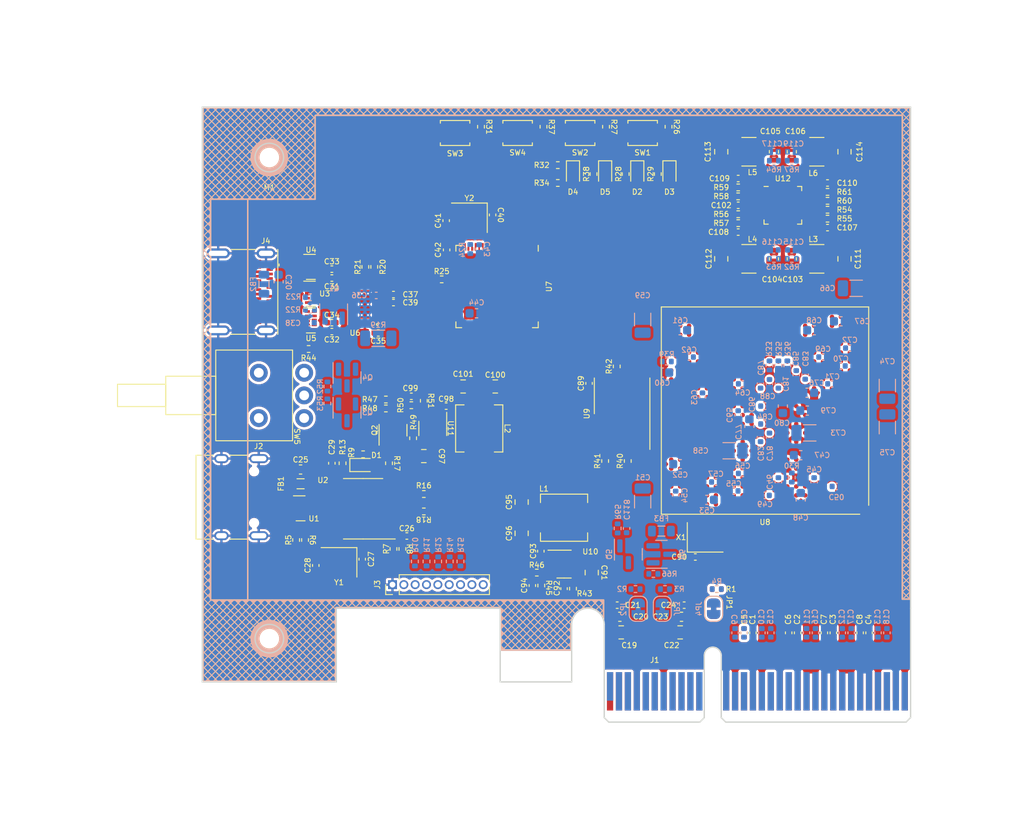
<source format=kicad_pcb>
(kicad_pcb (version 20221018) (generator pcbnew)
  (title_block (title "PCIeDMA") (date "2023-02-14") (rev "1"))
  (layers (0 "F.Cu" signal) (1 "In1.Cu" power "In1.GND.Cu") (2 "In2.Cu" power) (3 "In3.Cu" power "In3.GND.Cu") (4 "In4.Cu" power "In4.GND.Cu") (5 "In5.Cu" power) (6 "In6.Cu" power "In6.GND.Cu") (31 "B.Cu" signal) (34 "B.Paste" user) (35 "F.Paste" user) (36 "B.SilkS" user "B.Silkscreen") (37 "F.SilkS" user "F.Silkscreen") (38 "B.Mask" user) (39 "F.Mask" user) (44 "Edge.Cuts" user))
  (net 0 "")
  (net 1 "/FPGA/RX0_N")
  (net 2 "/PCIe 4x/PER0_N")
  (net 3 "/FPGA/RX1_N")
  (net 4 "/PCIe 4x/PER1_N")
  (net 5 "/FPGA/RX2_N")
  (net 6 "/PCIe 4x/PER2_N")
  (net 7 "/FPGA/RX3_N")
  (net 8 "/PCIe 4x/PER3_N")
  (net 9 "/FPGA/RX0_P")
  (net 10 "/PCIe 4x/PER0_P")
  (net 11 "/FPGA/RX1_P")
  (net 12 "/PCIe 4x/PER1_P")
  (net 13 "/FPGA/RX2_P")
  (net 14 "/PCIe 4x/PER2_P")
  (net 15 "/FPGA/RX3_P")
  (net 16 "/PCIe 4x/PER3_P")
  (net 17 "/PCIe 4x/REFCLK+")
  (net 18 "/FPGA/CLK_P")
  (net 19 "/FPGA/TX0_P")
  (net 20 "/FPGA/TX1_P")
  (net 21 "/FPGA/TX2_P")
  (net 22 "/FPGA/TX3_P")
  (net 23 "/PCIe 4x/REFCLK-")
  (net 24 "/FPGA/CLK_N")
  (net 25 "/FPGA/TX0_N")
  (net 26 "/FPGA/TX1_N")
  (net 27 "/FPGA/TX2_N")
  (net 28 "/FPGA/TX3_N")
  (net 29 "+12V")
  (net 30 "GND")
  (net 31 "+3.3V")
  (net 32 "+5V_JTAG")
  (net 33 "/USB JTAG/RST")
  (net 34 "+5V_DATA")
  (net 35 "/USB Data/Type C Mux/TX1p")
  (net 36 "/USB Data/Type C Mux/TX1_C_p")
  (net 37 "/USB Data/Type C Mux/TX2p")
  (net 38 "/USB Data/Type C Mux/TX2_C_p")
  (net 39 "/USB Data/Type C Mux/TX1n")
  (net 40 "/USB Data/Type C Mux/TX1_C_n")
  (net 41 "/USB Data/Type C Mux/TX2n")
  (net 42 "/USB Data/Type C Mux/TX2_C_n")
  (net 43 "/USB Data/Type C Mux/TOD_C_n")
  (net 44 "/USB Data/FT601/TODN")
  (net 45 "/USB Data/Type C Mux/ENn_G")
  (net 46 "/USB Data/Type C Mux/TOD_C_p")
  (net 47 "/USB Data/FT601/TODP")
  (net 48 "/FPGA/RST")
  (net 49 "+MGTAVCC")
  (net 50 "+MGTAVTT")
  (net 51 "+VCCO")
  (net 52 "+VCCINT")
  (net 53 "+VCCAUX")
  (net 54 "+5V")
  (net 55 "/FPGA Power/FB1")
  (net 56 "/FPGA Power/FB2")
  (net 57 "/FPGA Power/FB3")
  (net 58 "/FPGA Power/FB4")
  (net 59 "/FPGA Power/EN1")
  (net 60 "/FPGA Power/EN2")
  (net 61 "/FPGA Power/EN3")
  (net 62 "/FPGA Power/EN4")
  (net 63 "/USB JTAG/ACT")
  (net 64 "/Board Power/5V_SW_EN")
  (net 65 "Net-(D1-A)")
  (net 66 "Net-(D2-A)")
  (net 67 "Net-(D3-A)")
  (net 68 "Net-(D4-A)")
  (net 69 "/Board Power/5V_SW_OUT")
  (net 70 "/PCIe 4x/PRSNT")
  (net 71 "Net-(D5-A)")
  (net 75 "/PCIe 4x/PERST_R")
  (net 78 "+3.3VA")
  (net 80 "/PCIe 4x/WAKE_R")
  (net 84 "/USB JTAG/CC1_R")
  (net 85 "/USB JTAG/D+")
  (net 86 "/USB JTAG/D-")
  (net 88 "/USB JTAG/CC2_R")
  (net 90 "/USB Data/Type C Mux/CC1")
  (net 91 "/USB Data/FT601/DP")
  (net 92 "/USB Data/FT601/DM")
  (net 94 "/USB Data/Type C Mux/RX2n")
  (net 95 "/USB Data/Type C Mux/RX2p")
  (net 96 "/USB Data/Type C Mux/CC2")
  (net 98 "/USB Data/Type C Mux/RX1n")
  (net 99 "/USB Data/Type C Mux/RX1p")
  (net 100 "/FPGA Power/LX1")
  (net 101 "/FPGA Power/LX2")
  (net 102 "/FPGA Power/LX3")
  (net 103 "/FPGA Power/LX4")
  (net 104 "/USB Data/Type C Mux/ENn")
  (net 105 "/PCIe 4x/PET0_N")
  (net 106 "/PCIe 4x/PET1_N")
  (net 107 "/FPGA/WAKE")
  (net 108 "/FPGA/PERST")
  (net 109 "/USB JTAG/RTS1")
  (net 110 "/USB JTAG/DTR1")
  (net 111 "/USB Data/Type C Mux/VBUS_DET")
  (net 112 "/USB Data/Type C Mux/DIR")
  (net 113 "/USB Data/FT601/RREF")
  (net 114 "/FPGA/USER_SW1")
  (net 115 "/FPGA/USER_SW2")
  (net 116 "/FPGA/USER_LD1")
  (net 117 "/FPGA/USER_LD2")
  (net 118 "/FPGA/Bank 0/PROGRAM_B")
  (net 119 "/FPGA/Bank 0/DONE")
  (net 120 "/FPGA/Bank 0/INIT_B")
  (net 121 "/FPGA/Bank 13-14/PUDC_B")
  (net 122 "/FPGA/D2")
  (net 123 "/FPGA/CS")
  (net 124 "/FPGA/D3")
  (net 126 "Net-(Q2-G)")
  (net 127 "/Board Power/5VJT_SW_EN")
  (net 128 "Net-(Q3-G)")
  (net 129 "Net-(Q3-D)")
  (net 130 "/FPGA/TMS")
  (net 131 "/FPGA/TCK")
  (net 132 "/FPGA/TDO")
  (net 133 "/FPGA/TDI")
  (net 134 "/FPGA/TRST")
  (net 140 "/USB Data/FT601/RIDP")
  (net 141 "/USB Data/FT601/RIDN")
  (net 144 "/FPGA/BE0")
  (net 145 "/FPGA/BE1")
  (net 146 "/FPGA/BE2")
  (net 147 "/FPGA/BE3")
  (net 148 "/FPGA/TXE")
  (net 149 "/FPGA/RXF")
  (net 150 "/FPGA/SIWU")
  (net 151 "/FPGA/WR")
  (net 152 "/FPGA/RD")
  (net 153 "/FPGA/OE")
  (net 154 "/FPGA/WAKEUP")
  (net 156 "/FPGA/DATA0")
  (net 157 "/FPGA/DATA1")
  (net 158 "/FPGA/DATA2")
  (net 159 "/FPGA/DATA3")
  (net 160 "/FPGA/DATA4")
  (net 161 "/FPGA/DATA5")
  (net 162 "/FPGA/DATA6")
  (net 163 "/FPGA/DATA7")
  (net 164 "/FPGA/DATA8")
  (net 165 "/FPGA/DATA9")
  (net 166 "/FPGA/DATA10")
  (net 167 "/FPGA/DATA11")
  (net 168 "/FPGA/DATA12")
  (net 169 "/FPGA/DATA13")
  (net 170 "/FPGA/DATA14")
  (net 171 "/FPGA/DATA15")
  (net 172 "/FPGA/CLK")
  (net 173 "/FPGA/DATA16")
  (net 174 "/FPGA/DATA17")
  (net 175 "/FPGA/DATA18")
  (net 176 "/FPGA/DATA19")
  (net 177 "/FPGA/DATA20")
  (net 178 "/FPGA/DATA21")
  (net 179 "/FPGA/DATA22")
  (net 180 "/FPGA/DATA23")
  (net 181 "/FPGA/DATA24")
  (net 182 "/FPGA/DATA25")
  (net 183 "/FPGA/DATA26")
  (net 184 "/FPGA/DATA27")
  (net 185 "/FPGA/DATA28")
  (net 186 "/FPGA/DATA29")
  (net 187 "/FPGA/DATA30")
  (net 188 "/FPGA/DATA31")
  (net 206 "/FPGA/OSC")
  (net 316 "/FPGA/Bank 0/M2")
  (net 317 "/FPGA/Bank 0/M1")
  (net 333 "/FPGA/Bank 0/M0")
  (net 360 "/FPGA/D0")
  (net 368 "/FPGA/D1")
  (net 390 "/FPGA/GTP/MGTRREF")
  (net 404 "/Board Power/5V_SW_BS")
  (net 405 "/Board Power/3V3_SW_BS")
  (net 406 "/PCIe 4x/PET2_N")
  (net 407 "/PCIe 4x/PET3_N")
  (net 408 "/PCIe 4x/PET0_P")
  (net 409 "/PCIe 4x/PET1_P")
  (net 410 "/PCIe 4x/PET2_P")
  (net 411 "/PCIe 4x/PET3_P")
  (net 412 "/USB JTAG/VBUS_JTAG")
  (net 413 "/USB JTAG/JTAG_XI")
  (net 414 "/USB JTAG/JTAG_XO")
  (net 415 "/USB Data/Type C SS Connector/VBUS_DATA")
  (net 416 "/USB Data/FT601/FT601_XI")
  (net 417 "/USB Data/FT601/FT601_XO")
  (net 418 "/USB Data/FT601/VD10")
  (net 419 "/FPGA Power/+3.3V_B")
  (net 420 "/FPGA Power/+3.3V_D")
  (net 421 "/FPGA Power/+3.3V_G")
  (net 422 "/Board Power/5V_FB")
  (net 423 "/Board Power/3V3_SW_OUT")
  (net 424 "/FPGA/QCLK")
  (net 425 "/FPGA/PCIE.SCL")
  (net 426 "/FPGA/PCIE.SDA")
  (net 427 "/USB JTAG/TRST_CONN")
  (net 428 "/USB JTAG/TDI_CONN")
  (net 429 "/USB JTAG/TDO_CONN")
  (net 430 "/USB JTAG/TCK_CONN")
  (net 431 "/USB JTAG/TMS_CONN")
  (net 432 "/PCIe 4x/PERST_SJ")
  (net 433 "/PCIe 4x/SCL_SJ")
  (net 434 "/PCIe 4x/SDA_SJ")
  (net 435 "/PCIe 4x/WAKE_SJ")
  (net 437 "/Board Power/SW_EN_HIGH")
  (net 438 "/Board Power/SW_EN_LOW")
  (net 439 "/Board Power/3V3_FB")
  (footprint "Capacitor_SMD:C_0402_1005Metric" (layer "F.Cu") (at 62.7 107.35 90)
    (fp_text reference "C28")
    (fp_text value "20p")
  )
  (footprint "Resistor_SMD:R_0402_1005Metric" (layer "F.Cu") (at 73.6 93.1 -90)
    (fp_text reference "R49")
    (fp_text value "100k")
  )
  (footprint "PCIeDMA:HD3SS3220" (layer "F.Cu") (at 69.4 79.9 180)
    (fp_text reference "U6")
    (fp_text value "HD3SS3220")
  )
  (footprint "Capacitor_SMD:C_0805_2012Metric" (layer "F.Cu") (at 108.1 73 90)
    (fp_text reference "C112")
    (fp_text value "22u")
  )
  (footprint "Jumper:SolderJumper-2_P1.3mm_Bridged_RoundedPad1.0x1.5mm" (layer "F.Cu") (at 107.25 112.2 -90)
    (fp_text reference "JP1")
    (fp_text value "SolderJumper_2_Bridged")
  )
  (footprint "Capacitor_SMD:C_0402_1005Metric" (layer "F.Cu") (at 96.45 111.8)
    (fp_text reference "C21")
    (fp_text value "0.1u")
  )
  (footprint "Resistor_SMD:R_0402_1005Metric" (layer "F.Cu") (at 93.8 63.5 -90)
    (fp_text reference "R38")
    (fp_text value "1k")
  )
  (footprint "LED_SMD:LED_0603_1608Metric" (layer "F.Cu") (at 68 96.1)
    (fp_text reference "D1")
    (fp_text value "ACT")
  )
  (footprint "Capacitor_SMD:C_0402_1005Metric" (layer "F.Cu") (at 110.65 114.9 -90)
    (fp_text reference "C5")
    (fp_text value "0.22u")
  )
  (footprint "Capacitor_SMD:C_0402_1005Metric" (layer "F.Cu") (at 64.5 75.15)
    (fp_text reference "C31")
    (fp_text value "0.1u")
  )
  (footprint "Resistor_SMD:R_0402_1005Metric" (layer "F.Cu") (at 65.7 95.9 90)
    (fp_text reference "R13")
    (fp_text value "5.1k")
  )
  (footprint "Capacitor_SMD:C_0402_1005Metric" (layer "F.Cu") (at 64.5 80.15)
    (fp_text reference "C34")
    (fp_text value "0.1u")
  )
  (footprint "Button_Switch_SMD:SW_SPST_B3U-1000P" (layer "F.Cu") (at 85.3 58.9)
    (fp_text reference "SW4")
    (fp_text value "INIT_B")
  )
  (footprint "Capacitor_SMD:C_0402_1005Metric" (layer "F.Cu") (at 124.65 114.9 -90)
    (fp_text reference "C4")
    (fp_text value "0.22u")
  )
  (footprint "Capacitor_SMD:C_0603_1608Metric" (layer "F.Cu") (at 61 96.6 180)
    (fp_text reference "C25")
    (fp_text value "10u")
  )
  (footprint "Capacitor_SMD:C_0603_1608Metric" (layer "F.Cu") (at 103.65 113.1 180)
    (fp_text reference "C23")
    (fp_text value "10u")
  )
  (footprint "Capacitor_SMD:C_0402_1005Metric" (layer "F.Cu") (at 110 70)
    (fp_text reference "C108")
    (fp_text value "220p")
  )
  (footprint "Inductor_SMD:L_Vishay_IHLP-2020" (layer "F.Cu") (at 81 92 90)
    (fp_text reference "L2")
    (fp_text value "4.7uH")
  )
  (footprint "Package_BGA:Xilinx_FGG484" (layer "F.Cu") (at 113 90 180)
    (fp_text reference "U8")
    (fp_text value "XC7A35T-FGG484")
  )
  (footprint "Capacitor_SMD:C_0402_1005Metric" (layer "F.Cu") (at 64.5 95.9 90)
    (fp_text reference "C29")
    (fp_text value "0.1u")
  )
  (footprint "Resistor_SMD:R_0402_1005Metric" (layer "F.Cu") (at 101 63.5 -90)
    (fp_text reference "R29")
    (fp_text value "1k")
  )
  (footprint "Connector_PinHeader_1.27mm:PinHeader_1x09_P1.27mm_Vertical" (layer "F.Cu") (at 71.29 109.5 90)
    (fp_text reference "J3")
    (fp_text value "Conn_01x09")
  )
  (footprint "Capacitor_SMD:C_0805_2012Metric" (layer "F.Cu") (at 82.8 87.3)
    (fp_text reference "C100")
    (fp_text value "22u")
  )
  (footprint "Resistor_SMD:R_0402_1005Metric" (layer "F.Cu") (at 68 94.9)
    (fp_text reference "R9")
    (fp_text value "1k")
  )
  (footprint "Capacitor_SMD:C_0402_1005Metric" (layer "F.Cu") (at 86.95 109.6 90)
    (fp_text reference "C94")
    (fp_text value "22p")
  )
  (footprint "Capacitor_SMD:C_0402_1005Metric" (layer "F.Cu") (at 93.3 86.95 -90)
    (fp_text reference "C89")
    (fp_text value "0.1u")
  )
  (footprint "Resistor_SMD:R_0402_1005Metric" (layer "F.Cu") (at 74.8 101.3 180)
    (fp_text reference "R18")
    (fp_text value "5.1k")
  )
  (footprint "Resistor_SMD:R_0402_1005Metric" (layer "F.Cu") (at 120 65.5)
    (fp_text reference "R61")
    (fp_text value "100k")
  )
  (footprint "Capacitor_SMD:C_0402_1005Metric" (layer "F.Cu") (at 110 67 180)
    (fp_text reference "C102")
    (fp_text value "0.1u")
  )
  (footprint "Capacitor_SMD:C_0805_2012Metric" (layer "F.Cu") (at 85.75 103.75 -90)
    (fp_text reference "C96")
    (fp_text value "22u")
  )
  (footprint "Resistor_SMD:R_0402_1005Metric" (layer "F.Cu") (at 120 68.5)
    (fp_text reference "R55")
    (fp_text value "150k")
  )
  (footprint "Resistor_SMD:R_0402_1005Metric" (layer "F.Cu") (at 81.2 58.2 90)
    (fp_text reference "R31")
    (fp_text value "1k")
  )
  (footprint "Resistor_SMD:R_0402_1005Metric" (layer "F.Cu") (at 102.2 58.2 -90)
    (fp_text reference "R26")
    (fp_text value "1k")
  )
  (footprint "LED_SMD:LED_0603_1608Metric" (layer "F.Cu") (at 102.3 63.5 -90)
    (fp_text reference "D3")
    (fp_text value "USER2")
  )
  (footprint "Resistor_SMD:R_0402_1005Metric" (layer "F.Cu") (at 73.4 89.4)
    (fp_text reference "R50")
    (fp_text value "100k")
  )
  (footprint "Resistor_SMD:R_0402_1005Metric" (layer "F.Cu") (at 120 66.5 180)
    (fp_text reference "R60")
    (fp_text value "200k")
  )
  (footprint "Capacitor_SMD:C_0805_2012Metric" (layer "F.Cu") (at 79.2 87.3 180)
    (fp_text reference "C101")
    (fp_text value "22u")
  )
  (footprint "Capacitor_SMD:C_0402_1005Metric" (layer "F.Cu") (at 64.5 74.15)
    (fp_text reference "C33")
    (fp_text value "0.1u")
  )
  (footprint "Package_SON:USON-10_2.5x1.0mm_P0.5mm" (layer "F.Cu") (at 62.15 73.9)
    (fp_text reference "U4")
    (fp_text value "TPD4EUSB30")
  )
  (footprint "Connector_USB:USB_C_Receptacle_HRO_TYPE-C-31-M-12" (layer "F.Cu") (at 53.19 99.7 -90)
    (fp_text reference "J2")
    (fp_text value "USB_C_Receptacle_USB2.0")
  )
  (footprint "Package_TO_SOT_SMD:SOT-23-6" (layer "F.Cu") (at 90.5 107.2)
    (fp_text reference "U10")
    (fp_text value "MT2492")
  )
  (footprint "Capacitor_SMD:C_0805_2012Metric" (layer "F.Cu") (at 103.5 114.85 180)
    (fp_text reference "C22")
    (fp_text value "22u")
  )
  (footprint "Capacitor_SMD:C_0402_1005Metric" (layer "F.Cu") (at 116.65 114.9 -90)
    (fp_text reference "C2")
    (fp_text value "0.22u")
  )
  (footprint "Resistor_SMD:R_0402_1005Metric" (layer "F.Cu") (at 95.1 95.65 90)
    (fp_text reference "R41")
    (fp_text value "1k")
  )
  (footprint "Package_TO_SOT_SMD:SOT-23" (layer "F.Cu") (at 71.35 92.2 90)
    (fp_text reference "Q2")
    (fp_text value "Q_NMOS_GDS")
  )
  (footprint "Package_SO:TSSOP-20_4.4x6.5mm_P0.65mm" (layer "F.Cu") (at 68 101 180)
    (fp_text reference "U2")
    (fp_text value "CH347T")
  )
  (footprint "Package_DFN_QFN:QFN-76-1EP_9x9mm_P0.4mm_EP5.81x6.31mm" (layer "F.Cu") (at 83 76.1 -90)
    (fp_text reference "U7")
    (fp_text value "FT601Q")
  )
  (footprint "Capacitor_SMD:C_0805_2012Metric" (layer "F.Cu") (at 121.9 61 -90)
    (fp_text reference "C114")
    (fp_text value "22u")
  )
  (footprint "Capacitor_SMD:C_0402_1005Metric" (layer "F.Cu") (at 90.5 109.95 -90)
    (fp_text reference "C92")
    (fp_text value "0.1u")
  )
  (footprint "Resistor_SMD:R_0402_1005Metric" (layer "F.Cu") (at 70.55 89.7625)
    (fp_text reference "R48")
    (fp_text value "100k")
  )
  (footprint "Capacitor_SMD:C_0402_1005Metric" (layer "F.Cu") (at 111.65 114.9 -90)
    (fp_text reference "C1")
    (fp_text value "0.22u")
  )
  (footprint "Resistor_SMD:R_0402_1005Metric" (layer "F.Cu") (at 110 68)
    (fp_text reference "R56")
    (fp_text value "100k")
  )
  (footprint "Inductor_SMD:L_Abracon_ASPI-3012S" (layer "F.Cu") (at 111.2 73 180)
    (fp_text reference "L4")
    (fp_text value "1.5u")
  )
  (footprint "Capacitor_SMD:C_0402_1005Metric" (layer "F.Cu") (at 120 64.5 180)
    (fp_text reference "C110")
    (fp_text value "220p")
  )
  (footprint "Resistor_SMD:R_0402_1005Metric" (layer "F.Cu") (at 97.635 95.65 90)
    (fp_text reference "R40")
    (fp_text value "1k")
  )
  (footprint "Capacitor_SMD:C_0402_1005Metric" (layer "F.Cu") (at 77.35 72 90)
    (fp_text reference "C42")
    (fp_text value "0.1u")
  )
  (footprint "Resistor_SMD:R_0402_1005Metric" (layer "F.Cu") (at 74.8 88.9 90)
    (fp_text reference "R51")
    (fp_text value "50k")
  )
  (footprint "Resistor_SMD:R_0402_1005Metric" (layer "F.Cu") (at 110 69 180)
    (fp_text reference "R57")
    (fp_text value "150k")
  )
  (footprint "Resistor_SMD:R_0402_1005Metric" (layer "F.Cu") (at 69.25 73.9 -90)
    (fp_text reference "R20")
    (fp_text value "200k")
  )
  (footprint "Resistor_SMD:R_0402_1005Metric" (layer "F.Cu") (at 120 67.5 180)
    (fp_text reference "R54")
    (fp_text value "100k")
  )
  (footprint "Connector_USB:USB_C_Receptacle_Molex_105450-0101" (layer "F.Cu") (at 54.325 76.7 -90)
    (fp_text reference "J4")
    (fp_text value "USB_C_Receptacle")
  )
  (footprint "Capacitor_SMD:C_0402_1005Metric" (layer "F.Cu") (at 120.65 114.9 -90)
    (fp_text reference "C3")
    (fp_text value "0.22u")
  )
  (footprint "LED_SMD:LED_0603_1608Metric" (layer "F.Cu") (at 91.5 63.5 -90)
    (fp_text reference "D4")
    (fp_text value "DONE")
  )
  (footprint "Capacitor_SMD:C_0805_2012Metric" (layer "F.Cu") (at 121.9 73 90)
    (fp_text reference "C111")
    (fp_text value "22u")
  )
  (footprint "Inductor_SMD:L_Abracon_ASPI-3012S" (layer "F.Cu") (at 118.8 73)
    (fp_text reference "L3")
    (fp_text value "1.5u")
  )
  (footprint "Capacitor_SMD:C_0402_1005Metric" (layer "F.Cu") (at 123.65 114.9 -90)
    (fp_text reference "C8")
    (fp_text value "0.22u")
  )
  (footprint "Resistor_SMD:R_0402_1005Metric" (layer "F.Cu") (at 76.8 75.3 180)
    (fp_text reference "R25")
    (fp_text value "1.6k")
  )
  (footprint "Resistor_SMD:R_0402_1005Metric" (layer "F.Cu") (at 68.25 73.9 -90)
    (fp_text reference "R21")
    (fp_text value "10k")
  )
  (footprint "Capacitor_SMD:C_0805_2012Metric" (layer "F.Cu") (at 96.9 114.85)
    (fp_text reference "C19")
    (fp_text value "22u")
  )
  (footprint "Crystal:Crystal_SMD_3225-4Pin_3.2x2.5mm" (layer "F.Cu") (at 65.3 107 180)
    (fp_text reference "Y1")
    (fp_text value "8MHz")
  )
  (footprint "LED_SMD:LED_0603_1608Metric" (layer "F.Cu") (at 98.7 63.5 -90)
    (fp_text reference "D2")
    (fp_text value "USER1")
  )
  (footprint "Resistor_SMD:R_0402_1005Metric" (layer "F.Cu") (at 70.55 88.7625 180)
    (fp_text reference "R47")
    (fp_text value "100k")
  )
  (footprint "Capacitor_SMD:C_0805_2012Metric" (layer "F.Cu") (at 74.8 95.1 180)
    (fp_text reference "C97")
    (fp_text value "22u")
  )
  (footprint "Resistor_SMD:R_0402_1005Metric" (layer "F.Cu") (at 97.4 63.5 -90)
    (fp_text reference "R28")
    (fp_text value "1k")
  )
  (footprint "Package_SON:WSON-8-1EP_8x6mm_P1.27mm_EP3.4x4.3mm" (layer "F.Cu") (at 97 90.35 90)
    (fp_text reference "U9")
    (fp_text value "IS25WP256D-xL")
  )
  (footprint "PCIeDMA:ST-0-102-C03-N003-RS" (layer "F.Cu") (at 61.4 88.3 -90)
    (fp_text reference "SW5")
    (fp_text value "SW_SPDT")
  )
  (footprint "Resistor_SMD:R_0402_1005Metric" (layer "F.Cu") (at 89.8 64.5)
    (fp_text reference "R34")
    (fp_text value "1k")
  )
  (footprint "Inductor_SMD:L_Abracon_ASPI-3012S" (layer "F.Cu") (at 118.8 61)
    (fp_text reference "L6")
    (fp_text value "1.5u")
  )
  (footprint "Capacitor_SMD:C_0805_2012Metric" (layer "F.Cu") (at 108.1 61 -90)
    (fp_text reference "C113")
    (fp_text value "22u")
  )
  (footprint "Resistor_SMD:R_0402_1005Metric" (layer "F.Cu") (at 61.5 104.5 -90)
    (fp_text reference "R6")
    (fp_text value "5.1k")
  )
  (footprint "PCIeDMA:PCIe_Bracket" (layer "F.Cu") (at 57.5 61.65)
    (fp_text reference "M1")
    (fp_text value "PCIe_Bracket")
    (fp_circle (center 0 0) (end 1.6 0) (stroke (width 0.15)) (fill none) (layer "Edge.Cuts"))
    (fp_circle (center 0 53.9) (end 1.6 53.9) (stroke (width 0.15)) (fill none) (layer "Edge.Cuts"))
  )
  (footprint "Capacitor_SMD:C_0402_1005Metric" (layer "F.Cu") (at 67.9 106.65 -90)
    (fp_text reference "C27")
    (fp_text value "20p")
  )
  (footprint "Package_TO_SOT_SMD:SOT-23-6" (layer "F.Cu") (at 75.8 92 -90)
    (fp_text reference "U11")
    (fp_text value "MT2492")
  )
  (footprint "Resistor_SMD:R_0402_1005Metric" (layer "F.Cu") (at 87.95 109.6 90)
    (fp_text reference "R45")
    (fp_text value "110k")
  )
  (footprint "Capacitor_SMD:C_0402_1005Metric" (layer "F.Cu") (at 82.5 68.08 -90)
    (fp_text reference "C40")
    (fp_text value "0.1u")
  )
  (footprint "Capacitor_SMD:C_0402_1005Metric" (layer "F.Cu") (at 73.4 88.4)
    (fp_text reference "C99")
    (fp_text value "22p")
  )
  (footprint "Resistor_SMD:R_0402_1005Metric" (layer "F.Cu") (at 95.2 58.2 -90)
    (fp_text reference "R27")
    (fp_text value "1k")
  )
  (footprint "Capacitor_SMD:C_0402_1005Metric" (layer "F.Cu") (at 105.2 106.4)
    (fp_text reference "C90")
    (fp_text value "0.1u")
  )
  (footprint "Capacitor_SMD:C_0603_1608Metric" (layer "F.Cu") (at 116 73 -90)
    (fp_text reference "C103")
    (fp_text value "10u")
  )
  (footprint "Package_SON:USON-10_2.5x1.0mm_P0.5mm" (layer "F.Cu") (at 61 100.95)
    (fp_text reference "U1")
    (fp_text value "TPD4EUSB30")
  )
  (footprint "Resistor_SMD:R_0402_1005Metric" (layer "F.Cu") (at 70.9 95.9 90)
    (fp_text reference "R17")
    (fp_text value "5.1k")
  )
  (footprint "Package_SON:USON-10_2.5x1.0mm_P0.5mm" (layer "F.Cu") (at 62.15 79.9)
    (fp_text reference "U5")
    (fp_text value "TPD4EUSB30")
  )
  (footprint "Capacitor_SMD:C_0402_1005Metric" (layer "F.Cu") (at 110 64)
    (fp_text reference "C109")
    (fp_text value "220p")
  )
  (footprint "Capacitor_SMD:C_0402_1005Metric" (layer "F.Cu") (at 120 69.5 180)
    (fp_text reference "C107")
    (fp_text value "220p")
  )
  (footprint "Button_Switch_SMD:SW_SPST_B3U-1000P" (layer "F.Cu") (at 99.3 58.9)
    (fp_text reference "SW1")
    (fp_text value "USER1")
  )
  (footprint "Capacitor_SMD:C_0603_1608Metric" (layer "F.Cu") (at 114 73 -90)
    (fp_text reference "C104")
    (fp_text value "10u")
  )
  (footprint "PCIeDMA:BUS_PCIexpress_x4" (layer "F.Cu") (at 95.65 121.45)
    (fp_text reference "J1")
    (fp_text value "PCIe_x4")
  )
  (footprint "LED_SMD:LED_0603_1608Metric" (layer "F.Cu") (at 95.1 63.5 -90)
    (fp_text reference "D5")
    (fp_text value "INIT_B")
  )
  (footprint "Button_Switch_SMD:SW_SPST_B3U-1000P" (layer "F.Cu") (at 78.3 58.9)
    (fp_text reference "SW3")
    (fp_text value "PROGRAM")
  )
  (footprint "Resistor_SMD:R_0402_1005Metric" (layer "F.Cu") (at 72.4 105.5 -90)
    (fp_text reference "R8")
    (fp_text value "5.1k")
  )
  (footprint "Capacitor_SMD:C_0402_1005Metric" (layer "F.Cu") (at 119.65 114.9 -90)
    (fp_text reference "C7")
    (fp_text value "0.22u")
  )
  (footprint "Resistor_SMD:R_0402_1005Metric" (layer "F.Cu") (at 60.5 104.5 -90)
    (fp_text reference "R5")
    (fp_text value "5.1k")
  )
  (footprint "Capacitor_SMD:C_0805_2012Metric" (layer "F.Cu") (at 93.6 108.15 -90)
    (fp_text reference "C91")
    (fp_text value "22u")
  )
  (footprint "Capacitor_SMD:C_0402_1005Metric" (layer "F.Cu") (at 103.95 111.8 180)
    (fp_text reference "C24")
    (fp_text value "0.1u")
  )
  (footprint "Capacitor_SMD:C_0402_1005Metric" (layer "F.Cu") (at 69.7 81.3)
    (fp_text reference "C35")
    (fp_text value "0.1u")
  )
  (footprint "Capacitor_SMD:C_0402_1005Metric" (layer "F.Cu") (at 77.3 89.5)
    (fp_text reference "C98")
    (fp_text value "22n")
  )
  (footprint "Resistor_SMD:R_0402_1005Metric" (layer "F.Cu") (at 71.4 105.5 90)
    (fp_text reference "R7")
    (fp_text value "5.1k")
  )
  (footprint "Resistor_SMD:R_0402_1005Metric" (layer "F.Cu") (at 110 65 180)
    (fp_text reference "R59")
    (fp_text value "100k")
  )
  (footprint "Package_SON:USON-10_2.5x1.0mm_P0.5mm" (layer "F.Cu") (at 62.15 76.9)
    (fp_text reference "U3")
    (fp_text value "TPD4EUSB30")
  )
  (footprint "Capacitor_SMD:C_0402_1005Metric" (layer "F.Cu") (at 72.9 104.05)
    (fp_text reference "C26")
    (fp_text value "0.1u")
  )
  (footprint "Button_Switch_SMD:SW_SPST_B3U-1000P" (layer "F.Cu") (at 92.3 58.9)
    (fp_text reference "SW2")
    (fp_text value "USER2")
  )
  (footprint "Resistor_SMD:R_0402_1005Metric" (layer "F.Cu") (at 61.9 83.1)
    (fp_text reference "R44")
    (fp_text value "10k")
  )
  (footprint "Crystal:Crystal_SMD_3225-4Pin_3.2x2.5mm" (layer "F.Cu") (at 79.9 68.4 180)
    (fp_text reference "Y2")
    (fp_text value "30MHz")
  )
  (footprint "Resistor_SMD:R_0402_1005Metric" (layer "F.Cu") (at 91.5 109.95 90)
    (fp_text reference "R43")
    (fp_text value "10k")
  )
  (footprint "Capacitor_SMD:C_0402_1005Metric" (layer "F.Cu") (at 77.3 68.72 90)
    (fp_text reference "C41")
    (fp_text value "0.1u")
  )
  (footprint "Resistor_SMD:R_0402_1005Metric" (layer "F.Cu") (at 87.45 108.15 180)
    (fp_text reference "R46")
    (fp_text value "15k")
  )
  (footprint "Package_DFN_QFN:QFN-24-1EP_4x4mm_P0.5mm_EP2.6x2.6mm" (layer "F.Cu") (at 115 67)
    (fp_text reference "U12")
    (fp_text value "EA3059")
  )
  (footprint "Capacitor_SMD:C_0402_1005Metric" (layer "F.Cu") (at 71.4 77.9)
    (fp_text reference "C39")
    (fp_text value "0.1u")
  )
  (footprint "Resistor_SMD:R_0402_1005Metric" (layer "F.Cu") (at 109.99 66)
    (fp_text reference "R58")
    (fp_text value "100k")
  )
  (footprint "Capacitor_SMD:C_0805_2012Metric" (layer "F.Cu") (at 85.75 100.25 90)
    (fp_text reference "C95")
    (fp_text value "22u")
  )
  (footprint "Resistor_SMD:R_0402_1005Metric" (layer "F.Cu") (at 96.4 85.05 -90)
    (fp_text reference "R42")
    (fp_text value "1k")
  )
  (footprint "Inductor_SMD:L_Abracon_ASPI-3012S" (layer "F.Cu") (at 111.2 61 180)
    (fp_text reference "L5")
    (fp_text value "1.5u")
  )
  (footprint "Inductor_SMD:L_Vishay_IHLP-2020" (layer "F.Cu") (at 90.5 102 180)
    (fp_text reference "L1")
    (fp_text value "4.7uH")
  )
  (footprint "Resistor_SMD:R_0402_1005Metric" (layer "F.Cu") (at 89.8 62.5)
    (fp_text reference "R32")
    (fp_text value "1k")
  )
  (footprint "Resistor_SMD:R_0402_1005Metric" (layer "F.Cu") (at 74.8 99.35 180)
    (fp_text reference "R16")
    (fp_text value "5.1k")
  )
  (footprint "Capacitor_SMD:C_0603_1608Metric" (layer "F.Cu") (at 114 61 90)
    (fp_text reference "C105")
    (fp_text value "10u")
  )
  (footprint "Capacitor_SMD:C_0402_1005Metric" (layer "F.Cu") (at 115.65 114.9 -90)
    (fp_text reference "C6")
    (fp_text value "0.22u")
  )
  (footprint "Capacitor_SMD:C_0402_1005Metric" (layer "F.Cu") (at 64.5 81.15)
    (fp_text reference "C32")
    (fp_text value "0.1u")
  )
  (footprint "Crystal:Crystal_SMD_3225-4Pin_3.2x2.5mm" (layer "F.Cu") (at 106.3 104.2)
    (fp_text reference "X1")
    (fp_text value "100MHz")
  )
  (footprint "Resistor_SMD:R_0402_1005Metric" (layer "F.Cu") (at 88.2 58.2 -90)
    (fp_text reference "R37")
    (fp_text value "1k")
  )
  (footprint "Capacitor_SMD:C_0402_1005Metric" (layer "F.Cu") (at 87.9 105.75 90)
    (fp_text reference "C93")
    (fp_text value "22n")
  )
  (footprint "Resistor_SMD:R_0402_1005Metric" (layer "F.Cu") (at 107.6 110 180)
    (fp_text reference "R1")
    (fp_text value "15")
  )
  (footprint "Capacitor_SMD:C_0603_1608Metric" (layer "F.Cu") (at 116 61 90)
    (fp_text reference "C106")
    (fp_text value "10u")
  )
  (footprint "Capacitor_SMD:C_0603_1608Metric" (layer "F.Cu") (at 96.75 113.1)
    (fp_text reference "C20")
    (fp_text value "10u")
  )
  (footprint "Inductor_SMD:L_0805_2012Metric" (layer "F.Cu") (at 61 98.2)
    (fp_text reference "FB1")
    (fp_text value "TBD")
  )
  (footprint "Capacitor_SMD:C_0402_1005Metric" (layer "F.Cu") (at 71.4 77)
    (fp_text reference "C37")
    (fp_text value "0.1u")
  )
  (footprint "Resistor_SMD:R_0402_1005Metric" (layer "B.Cu") (at 114 62)
    (fp_text reference "R64")
    (fp_text value "100k")
  )
  (footprint "Jumper:SolderJumper-2_P1.3mm_Bridged_RoundedPad1.0x1.5mm" (layer "B.Cu") (at 101.5 112.2 -90)
    (fp_text reference "JP3")
    (fp_text value "SolderJumper_2_Bridged")
  )
  (footprint "Capacitor_SMD:C_0402_1005Metric" (layer "B.Cu") (at 113.5 87 -90)
    (fp_text reference "C88")
    (fp_text value "0.47u")
  )
  (footprint "Resistor_SMD:R_0402_1005Metric" (layer "B.Cu") (at 76.4 106.9 90)
    (fp_text reference "R12")
    (fp_text value "100")
  )
  (footprint "Jumper:SolderJumper-2_P1.3mm_Bridged_RoundedPad1.0x1.5mm" (layer "B.Cu") (at 98.8 112.2 -90)
    (fp_text reference "JP2")
    (fp_text value "SolderJumper_2_Bridged")
  )
  (footprint "Capacitor_SMD:C_0402_1005Metric" (layer "B.Cu") (at 69.47 77.1 180)
    (fp_text reference "C36")
    (fp_text value "0.1u")
  )
  (footprint "Package_TO_SOT_SMD:SOT-23" (layer "B.Cu") (at 66.2 90.2 -90)
    (fp_text reference "Q3")
    (fp_text value "Q_PMOS_GDS")
  )
  (footprint "Capacitor_SMD:C_0402_1005Metric" (layer "B.Cu") (at 114.5 87 90)
    (fp_text reference "C81")
    (fp_text value "0.47u")
  )
  (footprint "Capacitor_SMD:C_1206_3216Metric" (layer "B.Cu") (at 126.7 91.9 -90)
    (fp_text reference "C75")
    (fp_text value "47u")
  )
  (footprint "Capacitor_SMD:C_0402_1005Metric" (layer "B.Cu") (at 116.5 86 -90)
    (fp_text reference "C85")
    (fp_text value "0.47u")
  )
  (footprint "Capacitor_SMD:C_0402_1005Metric" (layer "B.Cu") (at 109.5 99 180)
    (fp_text reference "C55")
    (fp_text value "0.47u")
  )
  (footprint "Capacitor_SMD:C_0402_1005Metric" (layer "B.Cu") (at 113.65 114.9 90)
    (fp_text reference "C15")
    (fp_text value "0.22u")
  )
  (footprint "Capacitor_SMD:C_0402_1005Metric" (layer "B.Cu") (at 112.5 93 90)
    (fp_text reference "C82")
    (fp_text value "0.47u")
  )
  (footprint "Package_TO_SOT_SMD:SOT-23" (layer "B.Cu") (at 97.7 106.1 -90)
    (fp_text reference "Q5")
    (fp_text value "Q_NPN_BEC")
  )
  (footprint "Capacitor_SMD:C_0603_1608Metric" (layer "B.Cu") (at 117 95)
    (fp_text reference "C47")
    (fp_text value "4.7u")
  )
  (footprint "Resistor_SMD:R_0402_1005Metric" (layer "B.Cu") (at 102 84.5)
    (fp_text reference "R39")
    (fp_text value "1k")
  )
  (footprint "Resistor_SMD:R_0402_1005Metric" (layer "B.Cu") (at 114 73)
    (fp_text reference "R63")
    (fp_text value "100k")
  )
  (footprint "Resistor_SMD:R_0402_1005Metric" (layer "B.Cu") (at 101.8 110 180)
    (fp_text reference "R3")
    (fp_text value "5.1k")
  )
  (footprint "Capacitor_SMD:C_0603_1608Metric" (layer "B.Cu") (at 115 89.5 90)
    (fp_text reference "C80")
    (fp_text value "4.7u")
  )
  (footprint "Capacitor_SMD:C_0402_1005Metric" (layer "B.Cu") (at 106 88.5 -90)
    (fp_text reference "C63")
    (fp_text value "0.47u")
  )
  (footprint "Capacitor_SMD:C_0402_1005Metric" (layer "B.Cu") (at 113.5 93 -90)
    (fp_text reference "C78")
    (fp_text value "0.47u")
  )
  (footprint "Capacitor_SMD:C_0603_1608Metric" (layer "B.Cu") (at 117.725 88 180)
    (fp_text reference "C76")
    (fp_text value "4.7u")
  )
  (footprint "Capacitor_SMD:C_0603_1608Metric" (layer "B.Cu") (at 103.5 96)
    (fp_text reference "C52")
    (fp_text value "4.7u")
  )
  (footprint "Capacitor_SMD:C_0603_1608Metric" (layer "B.Cu") (at 103.5 81 180)
    (fp_text reference "C61")
    (fp_text value "4.7u")
  )
  (footprint "Capacitor_SMD:C_0402_1005Metric" (layer "B.Cu") (at 110.5 87)
    (fp_text reference "C64")
    (fp_text value "0.47u")
  )
  (footprint "Resistor_SMD:R_0402_1005Metric" (layer "B.Cu") (at 116 62 180)
    (fp_text reference "R67")
    (fp_text value "100k")
  )
  (footprint "Capacitor_SMD:C_0402_1005Metric" (layer "B.Cu") (at 120.5 87)
    (fp_text reference "C71")
    (fp_text value "0.47u")
  )
  (footprint "Capacitor_SMD:C_0603_1608Metric" (layer "B.Cu") (at 121.5 80)
    (fp_text reference "C67")
    (fp_text value "4.7u")
  )
  (footprint "Capacitor_SMD:C_0402_1005Metric" (layer "B.Cu") (at 121.5 85 180)
    (fp_text reference "C70")
    (fp_text value "0.47u")
  )
  (footprint "Capacitor_SMD:C_0402_1005Metric" (layer "B.Cu") (at 126.65 114.9 90)
    (fp_text reference "C18")
    (fp_text value "0.22u")
  )
  (footprint "Capacitor_SMD:C_0402_1005Metric" (layer "B.Cu") (at 122.65 114.9 90)
    (fp_text reference "C17")
    (fp_text value "0.22u")
  )
  (footprint "Resistor_SMD:R_0402_1005Metric" (layer "B.Cu") (at 107.6 110)
    (fp_text reference "R4")
    (fp_text value "15")
  )
  (footprint "Capacitor_SMD:C_0402_1005Metric" (layer "B.Cu") (at 113 89.5)
    (fp_text reference "C86")
    (fp_text value "0.47u")
  )
  (footprint "Capacitor_SMD:C_0402_1005Metric" (layer "B.Cu") (at 117.5 86 90)
    (fp_text reference "C83")
    (fp_text value "0.47u")
  )
  (footprint "Capacitor_SMD:C_0402_1005Metric" (layer "B.Cu") (at 116 61)
    (fp_text reference "C119")
    (fp_text value "47n")
  )
  (footprint "Capacitor_SMD:C_0402_1005Metric" (layer "B.Cu") (at 110.65 114.9 90)
    (fp_text reference "C14")
    (fp_text value "0.1u")
  )
  (footprint "Resistor_SMD:R_0402_1005Metric" (layer "B.Cu") (at 113.5 84.94 90)
    (fp_text reference "R33")
    (fp_text value "1k")
  )
  (footprint "Capacitor_SMD:C_0402_1005Metric" (layer "B.Cu") (at 112.5 87 90)
    (fp_text reference "C87")
    (fp_text value "0.47u")
  )
  (footprint "Capacitor_SMD:C_0402_1005Metric" (layer "B.Cu") (at 121 98.5)
    (fp_text reference "C50")
    (fp_text value "0.1u")
  )
  (footprint "Inductor_SMD:L_0805_2012Metric" (layer "B.Cu") (at 101.4 103.5)
    (fp_text reference "FB3")
    (fp_text value "TBD")
  )
  (footprint "Resistor_SMD:R_0402_1005Metric" (layer "B.Cu") (at 62.05 78.7 180)
    (fp_text reference "R22")
    (fp_text value "10k")
  )
  (footprint "Resistor_SMD:R_0402_1005Metric" (layer "B.Cu") (at 64 89.2 -90)
    (fp_text reference "R53")
    (fp_text value "100k")
  )
  (footprint "Capacitor_SMD:C_0603_1608Metric" (layer "B.Cu") (at 58.54 75.555 -90)
    (fp_text reference "C30")
    (fp_text value "10u")
  )
  (footprint "Capacitor_SMD:C_0402_1005Metric" (layer "B.Cu") (at 119.5 84)
    (fp_text reference "C69")
    (fp_text value "0.47u")
  )
  (footprint "Capacitor_SMD:C_0402_1005Metric" (layer "B.Cu") (at 113 99.5 180)
    (fp_text reference "C49")
    (fp_text value "0.1u")
  )
  (footprint "Capacitor_SMD:C_0402_1005Metric" (layer "B.Cu") (at 62.05 80.15 180)
    (fp_text reference "C38")
    (fp_text value "0.47u")
  )
  (footprint "Capacitor_SMD:C_0402_1005Metric" (layer "B.Cu") (at 110 90.5 -90)
    (fp_text reference "C65")
    (fp_text value "0.47u")
  )
  (footprint "Capacitor_SMD:C_0402_1005Metric" (layer "B.Cu") (at 114.5 98 -90)
    (fp_text reference "C46")
    (fp_text value "0.1u")
  )
  (footprint "Capacitor_SMD:C_0603_1608Metric" (layer "B.Cu") (at 80.7 79.1)
    (fp_text reference "C44")
    (fp_text value "4.7u")
  )
  (footprint "Capacitor_SMD:C_0402_1005Metric" (layer "B.Cu") (at 114 61 180)
    (fp_text reference "C117")
    (fp_text value "47n")
  )
  (footprint "Capacitor_SMD:C_0402_1005Metric" (layer "B.Cu") (at 125.65 114.9 90)
    (fp_text reference "C13")
    (fp_text value "0.22u")
  )
  (footprint "Resistor_SMD:R_0402_1005Metric" (layer "B.Cu") (at 114.5 84.94 -90)
    (fp_text reference "R35")
    (fp_text value "1k")
  )
  (footprint "Package_TO_SOT_SMD:SOT-23" (layer "B.Cu") (at 64.7 78.7 90)
    (fp_text reference "Q1")
    (fp_text value "Q_NMOS_DGS")
  )
  (footprint "Capacitor_SMD:C_0603_1608Metric" (layer "B.Cu") (at 118.5 81)
    (fp_text reference "C68")
    (fp_text value "4.7u")
  )
  (footprint "Resistor_SMD:R_0402_1005Metric" (layer "B.Cu") (at 77.7 106.9 90)
    (fp_text reference "R14")
    (fp_text value "100")
  )
  (footprint "Capacitor_SMD:C_0402_1005Metric" (layer "B.Cu") (at 118.5 98 -90)
    (fp_text reference "C45")
    (fp_text value "0.1u")
  )
  (footprint "Resistor_SMD:R_0402_1005Metric" (layer "B.Cu") (at 62.05 77.3)
    (fp_text reference "R23")
    (fp_text value "10k")
  )
  (footprint "Capacitor_SMD:C_0603_1608Metric" (layer "B.Cu") (at 106.5 100 180)
    (fp_text reference "C53")
    (fp_text value "4.7u")
  )
  (footprint "Resistor_SMD:R_0402_1005Metric" (layer "B.Cu") (at 100.5 108.3 180)
    (fp_text reference "R66")
    (fp_text value "1k")
  )
  (footprint "Capacitor_SMD:C_0402_1005Metric" (layer "B.Cu") (at 117.65 114.9 90)
    (fp_text reference "C11")
    (fp_text value "0.22u")
  )
  (footprint "Capacitor_SMD:C_0402_1005Metric" (layer "B.Cu") (at 114 72 180)
    (fp_text reference "C116")
    (fp_text value "22n")
  )
  (footprint "Capacitor_SMD:C_1206_3216Metric" (layer "B.Cu") (at 99.3 100.2 -90)
    (fp_text reference "C51")
    (fp_text value "47u")
  )
  (footprint "Jumper:SolderJumper-2_P1.3mm_Bridged_RoundedPad1.0x1.5mm" (layer "B.Cu") (at 107.25 112.2 90)
    (fp_text reference "JP4")
    (fp_text value "SolderJumper_2_Bridged")
  )
  (footprint "Resistor_SMD:R_0402_1005Metric" (layer "B.Cu") (at 96.5 103.2 -90)
    (fp_text reference "R65")
    (fp_text value "1k")
  )
  (footprint "Capacitor_SMD:C_0402_1005Metric" (layer "B.Cu") (at 97.5 103.2 90)
    (fp_text reference "C118")
    (fp_text value "0.1u")
  )
  (footprint "Capacitor_SMD:C_0402_1005Metric" (layer "B.Cu") (at 110.5 97.04)
    (fp_text reference "C56")
    (fp_text value "0.47u")
  )
  (footprint "Capacitor_SMD:C_0603_1608Metric" (layer "B.Cu") (at 117.725 90)
    (fp_text reference "C79")
    (fp_text value "4.7u")
  )
  (footprint "Capacitor_SMD:C_1206_3216Metric" (layer "B.Cu") (at 126.7 87.2 90)
    (fp_text reference "C74")
    (fp_text value "47u")
  )
  (footprint "Capacitor_SMD:C_0402_1005Metric" (layer "B.Cu") (at 118.65 114.9 90)
    (fp_text reference "C16")
    (fp_text value "0.22u")
  )
  (footprint "Resistor_SMD:R_0402_1005Metric" (layer "B.Cu") (at 115.5 84.94 -90)
    (fp_text reference "R36")
    (fp_text value "1k")
  )
  (footprint "Resistor_SMD:R_1206_3216Metric" (layer "B.Cu") (at 69.7 81.9)
    (fp_text reference "R19")
    (fp_text value "900k")
  )
  (footprint "Capacitor_SMD:C_0402_1005Metric" (layer "B.Cu") (at 116 72)
    (fp_text reference "C115")
    (fp_text value "22n")
  )
  (footprint "Capacitor_SMD:C_1206_3216Metric" (layer "B.Cu") (at 109 94.5 180)
    (fp_text reference "C58")
    (fp_text value "47u")
  )
  (footprint "Capacitor_SMD:C_0603_1608Metric" (layer "B.Cu") (at 117 100 -90)
    (fp_text reference "C48")
    (fp_text value "4.7u")
  )
  (footprint "Resistor_SMD:R_0402_1005Metric" (layer "B.Cu") (at 73.8 106.9 90)
    (fp_text reference "R10")
    (fp_text value "100")
  )
  (footprint "Capacitor_SMD:C_0402_1005Metric" (layer "B.Cu") (at 109.65 114.9 90)
    (fp_text reference "C9")
    (fp_text value "0.1u")
  )
  (footprint "Capacitor_SMD:C_0402_1005Metric" (layer "B.Cu") (at 121.65 114.9 90)
    (fp_text reference "C12")
    (fp_text value "0.22u")
  )
  (footprint "Capacitor_SMD:C_0402_1005Metric" (layer "B.Cu") (at 107.5 98)
    (fp_text reference "C57")
    (fp_text value "0.47u")
  )
  (footprint "Resistor_SMD:R_0402_1005Metric" (layer "B.Cu") (at 75.1 106.9 90)
    (fp_text reference "R11")
    (fp_text value "100")
  )
  (footprint "Capacitor_SMD:C_0402_1005Metric" (layer "B.Cu") (at 113 91.5)
    (fp_text reference "C84")
    (fp_text value "0.47u")
  )
  (footprint "Package_TO_SOT_SMD:SOT-23" (layer "B.Cu") (at 66.2 86.3 -90)
    (fp_text reference "Q4")
    (fp_text value "Q_PMOS_GDS")
  )
  (footprint "Inductor_SMD:L_0805_2012Metric" (layer "B.Cu") (at 56.9 75.8375 90)
    (fp_text reference "FB2")
    (fp_text value "TBD")
  )
  (footprint "Capacitor_SMD:C_0603_1608Metric" (layer "B.Cu") (at 101.5 85.74 180)
    (fp_text reference "C60")
    (fp_text value "4.7u")
  )
  (footprint "Resistor_SMD:R_0402_1005Metric" (layer "B.Cu") (at 78.9 106.9 90)
    (fp_text reference "R15")
    (fp_text value "100")
  )
  (footprint "Capacitor_SMD:C_0402_1005Metric" (layer "B.Cu") (at 122.5 83)
    (fp_text reference "C72")
    (fp_text value "0.47u")
  )
  (footprint "Capacitor_SMD:C_1206_3216Metric" (layer "B.Cu") (at 118 92.5)
    (fp_text reference "C73")
    (fp_text value "100u")
  )
  (footprint "Package_TO_SOT_SMD:SOT-23" (layer "B.Cu") (at 101.4 106.1)
    (fp_text reference "Q6")
    (fp_text value "Q_PMOS_GDS")
  )
  (footprint "Resistor_SMD:R_0402_1005Metric" (layer "B.Cu") (at 116 73 180)
    (fp_text reference "R62")
    (fp_text value "100k")
  )
  (footprint "Resistor_SMD:R_0402_1005Metric" (layer "B.Cu") (at 80 71.9 90)
    (fp_text reference "R24")
    (fp_text value "10k")
  )
  (footprint "Capacitor_SMD:C_0402_1005Metric" (layer "B.Cu") (at 103 99.5 -90)
    (fp_text reference "C54")
    (fp_text value "0.47u")
  )
  (footprint "Resistor_SMD:R_0402_1005Metric" (layer "B.Cu") (at 98.5 110)
    (fp_text reference "R2")
    (fp_text value "5.1k")
  )
  (footprint "Capacitor_SMD:C_1206_3216Metric" (layer "B.Cu") (at 99.3 79.8 90)
    (fp_text reference "C59")
    (fp_text value "47u")
  )
  (footprint "Capacitor_SMD:C_0603_1608Metric" (layer "B.Cu") (at 111.25 91.75 -90)
    (fp_text reference "C77")
    (fp_text value "4.7u")
  )
  (footprint "Capacitor_SMD:C_0402_1005Metric" (layer "B.Cu") (at 112.65 114.9 90)
    (fp_text reference "C10")
    (fp_text value "0.22u")
  )
  (footprint "Capacitor_SMD:C_1206_3216Metric" (layer "B.Cu") (at 123.2 76.3)
    (fp_text reference "C66")
    (fp_text value "47u")
  )
  (footprint "Resistor_SMD:R_0402_1005Metric" (layer "B.Cu") (at 64 87.3 -90)
    (fp_text reference "R52")
    (fp_text value "100k")
  )
  (footprint "Capacitor_SMD:C_0402_1005Metric" (layer "B.Cu") (at 81 71.9 -90)
    (fp_text reference "C43")
    (fp_text value "0.1u")
  )
  (footprint "Capacitor_SMD:C_0402_1005Metric" (layer "B.Cu") (at 104.5 84 180)
    (fp_text reference "C62")
    (fp_text value "0.47u")
  )
  (footprint "Resistor_SMD:R_0402_1005Metric" (layer "B.Cu") (at 116 97.5 90)
    (fp_text reference "R30")
    (fp_text value "100")
  )
  (gr_line (start 55.08 66.3) (end 55.08 111.15) (stroke (width 0.15)) (layer "B.SilkS"))
  (gr_circle (center 57.5 61.65) (end 59.1 61.65) (stroke (width 1)) (fill none) (layer "B.SilkS"))
  (gr_circle (center 57.5 115.55) (end 59.1 115.55) (stroke (width 1)) (fill none) (layer "B.SilkS"))
  (gr_circle (center 57.5 61.65) (end 59.1 61.65) (stroke (width 1)) (fill none) (layer "F.SilkS"))
  (gr_line (start 55.08 66.3) (end 55.08 111.15) (stroke (width 0.15)) (layer "F.SilkS"))
  (gr_circle (center 57.5 115.55) (end 59.1 115.55) (stroke (width 1)) (fill none) (layer "F.SilkS"))
  (gr_line (start 83.35 112.15) (end 83.35 120.4) (stroke (width 0.15)) (layer "Edge.Cuts"))
  (gr_line (start 95 124.4) (end 95.5 124.9) (stroke (width 0.15)) (layer "Edge.Cuts"))
  (gr_line (start 91.35 120.4) (end 91.35 113.975) (stroke (width 0.15)) (layer "Edge.Cuts"))
  (gr_line (start 129.3 56) (end 129.3 112.15) (stroke (width 0.15)) (layer "Edge.Cuts"))
  (gr_line (start 106.2 124.4) (end 106.2 117.45) (stroke (width 0.15)) (layer "Edge.Cuts"))
  (gr_line (start 83.35 120.4) (end 91.35 120.4) (stroke (width 0.15)) (layer "Edge.Cuts"))
  (gr_line (start 129.3 112.15) (end 129.3 124.4) (stroke (width 0.15)) (layer "Edge.Cuts"))
  (gr_line (start 50 56) (end 50 120.4) (stroke (width 0.15)) (layer "Edge.Cuts"))
  (gr_arc (start 106.2 117.45) (mid 107.15 116.5) (end 108.1 117.45) (stroke (width 0.15)) (layer "Edge.Cuts"))
  (gr_line (start 95 113.975) (end 95 124.4) (stroke (width 0.15)) (layer "Edge.Cuts"))
  (gr_line (start 128.8 124.9) (end 108.6 124.9) (stroke (width 0.15)) (layer "Edge.Cuts"))
  (gr_line (start 129.3 124.4) (end 128.8 124.9) (stroke (width 0.15)) (layer "Edge.Cuts"))
  (gr_line (start 129.3 56) (end 50 56) (stroke (width 0.15)) (layer "Edge.Cuts"))
  (gr_line (start 95.5 124.9) (end 105.7 124.9) (stroke (width 0.15)) (layer "Edge.Cuts"))
  (gr_line (start 65 120.4) (end 65 112.15) (stroke (width 0.15)) (layer "Edge.Cuts"))
  (gr_line (start 105.7 124.9) (end 106.2 124.4) (stroke (width 0.15)) (layer "Edge.Cuts"))
  (gr_line (start 108.1 117.45) (end 108.1 124.4) (stroke (width 0.15)) (layer "Edge.Cuts"))
  (gr_line (start 65 112.15) (end 83.35 112.15) (stroke (width 0.15)) (layer "Edge.Cuts"))
  (gr_line (start 50 120.4) (end 65 120.4) (stroke (width 0.15)) (layer "Edge.Cuts"))
  (gr_arc (start 91.35 113.975) (mid 93.175 112.15) (end 95 113.975) (stroke (width 0.15)) (layer "Edge.Cuts"))
  (gr_line (start 108.1 124.4) (end 108.6 124.9) (stroke (width 0.15)) (layer "Edge.Cuts"))
  (zone (net 0) (net_name "") (layers "F.Cu" "In1.Cu" "In2.Cu" "In3.Cu" "In4.Cu" "In5.Cu" "In6.Cu" "B.Cu") (connect_pads thru_hole_only (clearance 0)) (min_thickness 0.254)
    (keepout (tracks allowed) (vias allowed) (pads allowed) (copperpour not_allowed) (footprints allowed))
    (fill (thermal_gap 0.254) (thermal_bridge_width 0.254))
    (polygon (pts (xy 129.45 119.040192) (xy 129.529813 119.107164) (xy 129.581908 119.197394) (xy 129.6 119.3) (xy 129.581908 119.402606) (xy 129.529813 119.492836) (xy 129.45 119.559808) (xy 129.352094 119.595442) (xy 129.247906 119.595442) (xy 129.15 119.559808) (xy 129.070187 119.492836) (xy 129.018092 119.402606) (xy 129 119.3) (xy 129.018092 119.197394) (xy 129.070187 119.107164) (xy 129.15 119.040192) (xy 129.247906 119.004558) (xy 129.352094 119.004558)))
  )
  (zone (net 0) (net_name "") (layers "F.Cu" "In1.Cu" "In2.Cu" "In3.Cu" "In4.Cu" "In5.Cu" "In6.Cu" "B.Cu") (connect_pads thru_hole_only (clearance 0)) (min_thickness 0.254)
    (keepout (tracks allowed) (vias allowed) (pads allowed) (copperpour not_allowed) (footprints allowed))
    (fill (thermal_gap 0.254) (thermal_bridge_width 0.254))
    (polygon (pts (xy 108.15 119.040192) (xy 108.229813 119.107164) (xy 108.281908 119.197394) (xy 108.3 119.3) (xy 108.281908 119.402606) (xy 108.229813 119.492836) (xy 108.15 119.559808) (xy 108.052094 119.595442) (xy 107.947906 119.595442) (xy 107.85 119.559808) (xy 107.770187 119.492836) (xy 107.718092 119.402606) (xy 107.7 119.3) (xy 107.718092 119.197394) (xy 107.770187 119.107164) (xy 107.85 119.040192) (xy 107.947906 119.004558) (xy 108.052094 119.004558)))
  )
  (zone (net 0) (net_name "") (layers "F.Cu" "In1.Cu" "In2.Cu" "In3.Cu" "In4.Cu" "In5.Cu" "In6.Cu" "B.Cu") (connect_pads thru_hole_only (clearance 0)) (min_thickness 0.254)
    (keepout (tracks allowed) (vias allowed) (pads allowed) (copperpour not_allowed) (footprints allowed))
    (fill (thermal_gap 0.254) (thermal_bridge_width 0.254))
    (polygon (pts (xy 95.15 119.040192) (xy 95.229813 119.107164) (xy 95.281908 119.197394) (xy 95.3 119.3) (xy 95.281908 119.402606) (xy 95.229813 119.492836) (xy 95.15 119.559808) (xy 95.052094 119.595442) (xy 94.947906 119.595442) (xy 94.85 119.559808) (xy 94.770187 119.492836) (xy 94.718092 119.402606) (xy 94.7 119.3) (xy 94.718092 119.197394) (xy 94.770187 119.107164) (xy 94.85 119.040192) (xy 94.947906 119.004558) (xy 95.052094 119.004558)))
  )
  (zone (net 0) (net_name "") (layers "F.Cu" "In1.Cu" "In2.Cu" "In3.Cu" "In4.Cu" "In5.Cu" "In6.Cu" "B.Cu") (connect_pads thru_hole_only (clearance 0)) (min_thickness 0.254)
    (keepout (tracks allowed) (vias allowed) (pads allowed) (copperpour not_allowed) (footprints allowed))
    (fill (thermal_gap 0.254) (thermal_bridge_width 0.254))
    (polygon (pts (xy 106.45 119.040192) (xy 106.529813 119.107164) (xy 106.581908 119.197394) (xy 106.6 119.3) (xy 106.581908 119.402606) (xy 106.529813 119.492836) (xy 106.45 119.559808) (xy 106.352094 119.595442) (xy 106.247906 119.595442) (xy 106.15 119.559808) (xy 106.070187 119.492836) (xy 106.018092 119.402606) (xy 106 119.3) (xy 106.018092 119.197394) (xy 106.070187 119.107164) (xy 106.15 119.040192) (xy 106.247906 119.004558) (xy 106.352094 119.004558)))
  )
  (zone (net 30) (net_name "GND") (layers "F.Cu" "In1.Cu" "In3.Cu" "In4.Cu" "In6.Cu" "B.Cu") (connect_pads thru_hole_only (clearance 0.3)) (min_thickness 0.254) (fill yes (thermal_gap 0.254) (thermal_bridge_width 0.254))
    (polygon (pts (xy 141 137) (xy 29 137) (xy 29 45) (xy 141 45)))
  )
  (zone (net 0) (net_name "") (layers "F&B.Cu") (connect_pads (clearance 0)) (min_thickness 0.254)
    (keepout (tracks not_allowed) (vias not_allowed) (pads not_allowed) (copperpour not_allowed) (footprints not_allowed))
    (fill (thermal_gap 0.508) (thermal_bridge_width 0.508))
    (polygon (pts (xy 83.35 116.9) (xy 91.35 116.9) (xy 91.35 120.4) (xy 83.35 120.4)))
  )
  (zone (net 0) (net_name "") (layers "F&B.Cu") (connect_pads (clearance 0)) (min_thickness 0.254)
    (keepout (tracks not_allowed) (vias not_allowed) (pads not_allowed) (copperpour not_allowed) (footprints not_allowed))
    (fill (thermal_gap 0.508) (thermal_bridge_width 0.508))
    (polygon (pts (xy 94 119.45) (xy 101.15 119.45) (xy 130.5 119.45) (xy 130.5 126) (xy 94 126)))
  )
  (zone (net 0) (net_name "") (layers "*.SilkS") (connect_pads (clearance 0)) (min_thickness 0.1) (fill yes (mode hatch) (thermal_gap 0.508) (thermal_bridge_width 0.508) (hatch_thickness 0.1) (hatch_gap 0.5) (hatch_orientation 45) (hatch_border_algorithm hatch_thickness) (hatch_min_hole_area 0.3))
    (polygon (pts (xy 129.3 111.2) (xy 128.3 111.2) (xy 128.3 57) (xy 62.7 57) (xy 62.7 66.4) (xy 51 66.4) (xy 51 111.15) (xy 95 111.15) (xy 95 113.97) (xy 91.35 113.97) (xy 91.35 116.9) (xy 83.35 116.9) (xy 83.35 112.15) (xy 65 112.15) (xy 65 120.4) (xy 50 120.4) (xy 50 56) (xy 129.3 56)))
  )
)
</source>
